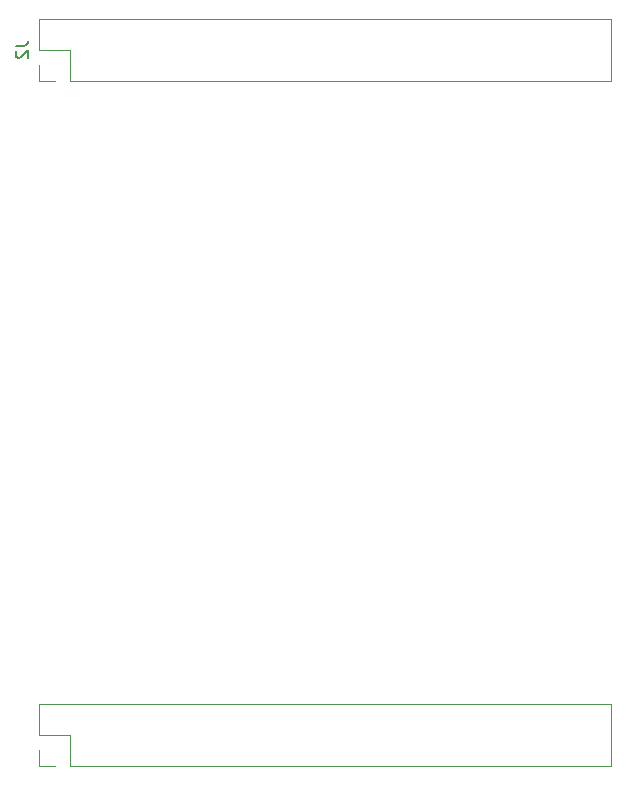
<source format=gbr>
%TF.GenerationSoftware,KiCad,Pcbnew,6.0.2+dfsg-1*%
%TF.CreationDate,2023-03-15T19:16:11+01:00*%
%TF.ProjectId,main_PCB,6d61696e-5f50-4434-922e-6b696361645f,rev?*%
%TF.SameCoordinates,Original*%
%TF.FileFunction,Legend,Bot*%
%TF.FilePolarity,Positive*%
%FSLAX46Y46*%
G04 Gerber Fmt 4.6, Leading zero omitted, Abs format (unit mm)*
G04 Created by KiCad (PCBNEW 6.0.2+dfsg-1) date 2023-03-15 19:16:11*
%MOMM*%
%LPD*%
G01*
G04 APERTURE LIST*
%ADD10C,0.150000*%
%ADD11C,0.120000*%
G04 APERTURE END LIST*
D10*
%TO.C,J2*%
X131642580Y-46995066D02*
X132356866Y-46995066D01*
X132499723Y-46947447D01*
X132594961Y-46852209D01*
X132642580Y-46709352D01*
X132642580Y-46614114D01*
X131737819Y-47423638D02*
X131690200Y-47471257D01*
X131642580Y-47566495D01*
X131642580Y-47804590D01*
X131690200Y-47899828D01*
X131737819Y-47947447D01*
X131833057Y-47995066D01*
X131928295Y-47995066D01*
X132071152Y-47947447D01*
X132642580Y-47376019D01*
X132642580Y-47995066D01*
D11*
%TO.C,J1*%
X133630200Y-105328400D02*
X136230200Y-105328400D01*
X133630200Y-106598400D02*
X133630200Y-107928400D01*
X133630200Y-107928400D02*
X134960200Y-107928400D01*
X182010200Y-102728400D02*
X182010200Y-107928400D01*
X133630200Y-102728400D02*
X182010200Y-102728400D01*
X136230200Y-105328400D02*
X136230200Y-107928400D01*
X133630200Y-102728400D02*
X133630200Y-105328400D01*
X136230200Y-107928400D02*
X182010200Y-107928400D01*
%TO.C,J2*%
X133630200Y-44728400D02*
X133630200Y-47328400D01*
X133630200Y-48598400D02*
X133630200Y-49928400D01*
X133630200Y-44728400D02*
X182010200Y-44728400D01*
X133630200Y-49928400D02*
X134960200Y-49928400D01*
X136230200Y-49928400D02*
X182010200Y-49928400D01*
X133630200Y-47328400D02*
X136230200Y-47328400D01*
X136230200Y-47328400D02*
X136230200Y-49928400D01*
X182010200Y-44728400D02*
X182010200Y-49928400D01*
%TD*%
M02*

</source>
